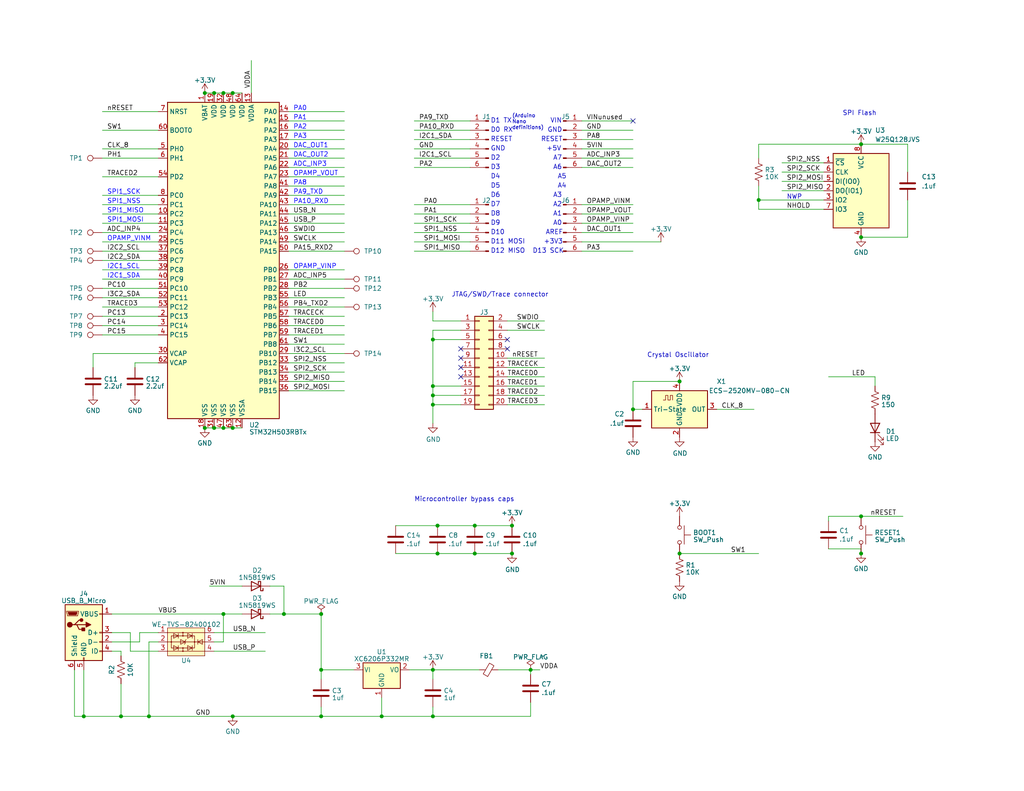
<source format=kicad_sch>
(kicad_sch (version 20230121) (generator eeschema)
  (paper "A")
  (title_block (title "STM32H503RB test board") (date "2023-04-01") (rev "0.1") (company "Bear Metal") (comment 1 "engdahl@windstream.net"))
  (lib_symbols
    (symbol "BearMetal:STM32H503RBTx"
      (property "Reference" "U" (at -15.24 44.45 0))
      (property "Value" "STM32H503RBTx" (at 10.16 44.45 0))
      (symbol "STM32H503RBTx_1_1"
        (pin power_in line (at -5.08 45.72 270) (length 2.54) (name "VBAT") (number "1"))
        (pin bidirectional line (at -17.78 12.7 0) (length 2.54) (name "PC2") (number "10"))
        (pin bidirectional line (at -17.78 10.16 0) (length 2.54) (name "PC3") (number "11"))
        (pin power_in line (at 5.08 -45.72 90) (length 2.54) (name "VSSA") (number "12"))
        (pin power_in line (at 7.62 45.72 270) (length 2.54) (name "VDDA") (number "13"))
        (pin bidirectional line (at 17.78 40.64 180) (length 2.54) (name "PA0") (number "14"))
        (pin bidirectional line (at 17.78 38.1 180) (length 2.54) (name "PA1") (number "15"))
        (pin bidirectional line (at 17.78 35.56 180) (length 2.54) (name "PA2") (number "16"))
        (pin bidirectional line (at 17.78 33.02 180) (length 2.54) (name "PA3") (number "17"))
        (pin power_in line (at -5.08 -45.72 90) (length 2.54) (name "VSS") (number "18"))
        (pin power_in line (at -2.54 45.72 270) (length 2.54) (name "VDD") (number "19"))
        (pin bidirectional line (at -17.78 -15.24 0) (length 2.54) (name "PC13") (number "2"))
        (pin bidirectional line (at 17.78 30.48 180) (length 2.54) (name "PA4") (number "20"))
        (pin bidirectional line (at 17.78 27.94 180) (length 2.54) (name "PA5") (number "21"))
        (pin bidirectional line (at 17.78 25.4 180) (length 2.54) (name "PA6") (number "22"))
        (pin bidirectional line (at 17.78 22.86 180) (length 2.54) (name "PA7") (number "23"))
        (pin bidirectional line (at -17.78 7.62 0) (length 2.54) (name "PC4") (number "24"))
        (pin bidirectional line (at -17.78 5.08 0) (length 2.54) (name "PC5") (number "25"))
        (pin bidirectional line (at 17.78 -2.54 180) (length 2.54) (name "PB0") (number "26"))
        (pin bidirectional line (at 17.78 -5.08 180) (length 2.54) (name "PB1") (number "27"))
        (pin bidirectional line (at 17.78 -7.62 180) (length 2.54) (name "PB2") (number "28"))
        (pin bidirectional line (at 17.78 -25.4 180) (length 2.54) (name "PB10") (number "29"))
        (pin bidirectional line (at -17.78 -17.78 0) (length 2.54) (name "PC14") (number "3"))
        (pin power_out line (at -17.78 -25.4 0) (length 2.54) (name "VCAP") (number "30"))
        (pin passive line (at -2.54 -45.72 90) (length 2.54) (name "VSS") (number "31"))
        (pin power_in line (at 0 45.72 270) (length 2.54) (name "VDD") (number "32"))
        (pin bidirectional line (at 17.78 -27.94 180) (length 2.54) (name "PB12") (number "33"))
        (pin bidirectional line (at 17.78 -30.48 180) (length 2.54) (name "PB13") (number "34"))
        (pin bidirectional line (at 17.78 -33.02 180) (length 2.54) (name "PB14") (number "35"))
        (pin bidirectional line (at 17.78 -35.56 180) (length 2.54) (name "PB15") (number "36"))
        (pin bidirectional line (at -17.78 2.54 0) (length 2.54) (name "PC6") (number "37"))
        (pin bidirectional line (at -17.78 0 0) (length 2.54) (name "PC7") (number "38"))
        (pin bidirectional line (at -17.78 -2.54 0) (length 2.54) (name "PC8") (number "39"))
        (pin bidirectional line (at -17.78 -20.32 0) (length 2.54) (name "PC15") (number "4"))
        (pin bidirectional line (at -17.78 -5.08 0) (length 2.54) (name "PC9") (number "40"))
        (pin bidirectional line (at 17.78 20.32 180) (length 2.54) (name "PA8") (number "41"))
        (pin bidirectional line (at 17.78 17.78 180) (length 2.54) (name "PA9") (number "42"))
        (pin bidirectional line (at 17.78 15.24 180) (length 2.54) (name "PA10") (number "43"))
        (pin bidirectional line (at 17.78 12.7 180) (length 2.54) (name "PA11") (number "44"))
        (pin bidirectional line (at 17.78 10.16 180) (length 2.54) (name "PA12") (number "45"))
        (pin bidirectional line (at 17.78 7.62 180) (length 2.54) (name "PA13") (number "46"))
        (pin passive line (at 0 -45.72 90) (length 2.54) (name "VSS") (number "47"))
        (pin power_in line (at 2.54 45.72 270) (length 2.54) (name "VDD") (number "48"))
        (pin bidirectional line (at 17.78 5.08 180) (length 2.54) (name "PA14") (number "49"))
        (pin bidirectional line (at -17.78 30.48 0) (length 2.54) (name "PH0") (number "5"))
        (pin bidirectional line (at 17.78 2.54 180) (length 2.54) (name "PA15") (number "50"))
        (pin bidirectional line (at -17.78 -7.62 0) (length 2.54) (name "PC10") (number "51"))
        (pin bidirectional line (at -17.78 -10.16 0) (length 2.54) (name "PC11") (number "52"))
        (pin bidirectional line (at -17.78 -12.7 0) (length 2.54) (name "PC12") (number "53"))
        (pin bidirectional line (at -17.78 22.86 0) (length 2.54) (name "PD2") (number "54"))
        (pin bidirectional line (at 17.78 -10.16 180) (length 2.54) (name "PB3") (number "55"))
        (pin bidirectional line (at 17.78 -12.7 180) (length 2.54) (name "PB4") (number "56"))
        (pin bidirectional line (at 17.78 -15.24 180) (length 2.54) (name "PB5") (number "57"))
        (pin bidirectional line (at 17.78 -17.78 180) (length 2.54) (name "PB6") (number "58"))
        (pin bidirectional line (at 17.78 -20.32 180) (length 2.54) (name "PB7") (number "59"))
        (pin bidirectional line (at -17.78 27.94 0) (length 2.54) (name "PH1") (number "6"))
        (pin input line (at -17.78 35.56 0) (length 2.54) (name "BOOT0") (number "60"))
        (pin bidirectional line (at 17.78 -22.86 180) (length 2.54) (name "PB8") (number "61"))
        (pin power_out line (at -17.78 -27.94 0) (length 2.54) (name "VCAP") (number "62"))
        (pin passive line (at 2.54 -45.72 90) (length 2.54) (name "VSS") (number "63"))
        (pin power_in line (at 5.08 45.72 270) (length 2.54) (name "VDD") (number "64"))
        (pin input line (at -17.78 40.64 0) (length 2.54) (name "NRST") (number "7"))
        (pin bidirectional line (at -17.78 17.78 0) (length 2.54) (name "PC0") (number "8"))
        (pin bidirectional line (at -17.78 15.24 0) (length 2.54) (name "PC1") (number "9"))
      )
    )
    (symbol "C_1" (pin_numbers hide) (pin_names (offset 0.254))
      (property "Reference" "C7" (at 2.921 1.1684 0))
      (property "Value" ".1uf" (at 2.921 -1.143 0))
      (symbol "C_1_1_1"
        (pin passive line (at 0 3.81 270) (length 2.794) (name "~") (number "1"))
        (pin passive line (at 0 -3.81 90) (length 2.794) (name "~") (number "2"))
      )
    )
    (symbol "Connector:Conn_01x06_Pin" (pin_names (offset 1.016) hide)
      (property "Reference" "J" (at 0 7.62 0))
      (property "Value" "Conn_01x06_Pin" (at 0 -10.16 0))
      (symbol "Conn_01x06_Pin_1_1"
        (pin passive line (at 5.08 5.08 180) (length 3.81) (name "Pin_1") (number "1"))
        (pin passive line (at 5.08 2.54 180) (length 3.81) (name "Pin_2") (number "2"))
        (pin passive line (at 5.08 0 180) (length 3.81) (name "Pin_3") (number "3"))
        (pin passive line (at 5.08 -2.54 180) (length 3.81) (name "Pin_4") (number "4"))
        (pin passive line (at 5.08 -5.08 180) (length 3.81) (name "Pin_5") (number "5"))
        (pin passive line (at 5.08 -7.62 180) (length 3.81) (name "Pin_6") (number "6"))
      )
    )
    (symbol "Connector:TestPoint" (pin_numbers hide) (pin_names (offset 0.762) hide)
      (property "Reference" "TP" (at 0 6.858 0))
      (property "Value" "TestPoint" (at 0 5.08 0))
      (symbol "TestPoint_1_1"
        (pin passive line (at 0 0 90) (length 2.54) (name "1") (number "1"))
      )
    )
    (symbol "Connector:USB_B_Micro" (pin_names (offset 1.016))
      (property "Reference" "J" (at -5.08 11.43 0))
      (property "Value" "USB_B_Micro" (at -5.08 8.89 0))
      (symbol "USB_B_Micro_1_1"
        (pin power_out line (at 7.62 5.08 180) (length 2.54) (name "VBUS") (number "1"))
        (pin bidirectional line (at 7.62 -2.54 180) (length 2.54) (name "D-") (number "2"))
        (pin bidirectional line (at 7.62 0 180) (length 2.54) (name "D+") (number "3"))
        (pin passive line (at 7.62 -5.08 180) (length 2.54) (name "ID") (number "4"))
        (pin power_out line (at 0 -10.16 90) (length 2.54) (name "GND") (number "5"))
        (pin passive line (at -2.54 -10.16 90) (length 2.54) (name "Shield") (number "6"))
      )
    )
    (symbol "Connector_Generic:Conn_02x10_Odd_Even" (pin_names (offset 1.016) hide)
      (property "Reference" "J" (at 1.27 12.7 0))
      (property "Value" "Conn_02x10_Odd_Even" (at 1.27 -15.24 0))
      (symbol "Conn_02x10_Odd_Even_1_1"
        (pin passive line (at -5.08 10.16 0) (length 3.81) (name "Pin_1") (number "1"))
        (pin passive line (at 7.62 0 180) (length 3.81) (name "Pin_10") (number "10"))
        (pin passive line (at -5.08 -2.54 0) (length 3.81) (name "Pin_11") (number "11"))
        (pin passive line (at 7.62 -2.54 180) (length 3.81) (name "Pin_12") (number "12"))
        (pin passive line (at -5.08 -5.08 0) (length 3.81) (name "Pin_13") (number "13"))
        (pin passive line (at 7.62 -5.08 180) (length 3.81) (name "Pin_14") (number "14"))
        (pin passive line (at -5.08 -7.62 0) (length 3.81) (name "Pin_15") (number "15"))
        (pin passive line (at 7.62 -7.62 180) (length 3.81) (name "Pin_16") (number "16"))
        (pin passive line (at -5.08 -10.16 0) (length 3.81) (name "Pin_17") (number "17"))
        (pin passive line (at 7.62 -10.16 180) (length 3.81) (name "Pin_18") (number "18"))
        (pin passive line (at -5.08 -12.7 0) (length 3.81) (name "Pin_19") (number "19"))
        (pin passive line (at 7.62 10.16 180) (length 3.81) (name "Pin_2") (number "2"))
        (pin passive line (at 7.62 -12.7 180) (length 3.81) (name "Pin_20") (number "20"))
        (pin passive line (at -5.08 7.62 0) (length 3.81) (name "Pin_3") (number "3"))
        (pin passive line (at 7.62 7.62 180) (length 3.81) (name "Pin_4") (number "4"))
        (pin passive line (at -5.08 5.08 0) (length 3.81) (name "Pin_5") (number "5"))
        (pin passive line (at 7.62 5.08 180) (length 3.81) (name "Pin_6") (number "6"))
        (pin passive line (at -5.08 2.54 0) (length 3.81) (name "Pin_7") (number "7"))
        (pin passive line (at 7.62 2.54 180) (length 3.81) (name "Pin_8") (number "8"))
        (pin passive line (at -5.08 0 0) (length 3.81) (name "Pin_9") (number "9"))
      )
    )
    (symbol "Device:C" (pin_numbers hide) (pin_names (offset 0.254))
      (property "Reference" "C" (at 0.635 2.54 0))
      (property "Value" "C" (at 0.635 -2.54 0))
      (symbol "C_1_1"
        (pin passive line (at 0 3.81 270) (length 2.794) (name "~") (number "1"))
        (pin passive line (at 0 -3.81 90) (length 2.794) (name "~") (number "2"))
      )
    )
    (symbol "Device:FerriteBead_Small" (pin_numbers hide) (pin_names (offset 0))
      (property "Reference" "FB" (at 1.905 1.27 0))
      (property "Value" "FerriteBead_Small" (at 1.905 -1.27 0))
      (symbol "FerriteBead_Small_1_1"
        (pin passive line (at 0 2.54 270) (length 1.27) (name "~") (number "1"))
        (pin passive line (at 0 -2.54 90) (length 1.27) (name "~") (number "2"))
      )
    )
    (symbol "Device:LED" (pin_numbers hide) (pin_names (offset 1.016) hide)
      (property "Reference" "D" (at 0 2.54 0))
      (property "Value" "LED" (at 0 -2.54 0))
      (symbol "LED_1_1"
        (pin passive line (at -3.81 0 0) (length 2.54) (name "K") (number "1"))
        (pin passive line (at 3.81 0 180) (length 2.54) (name "A") (number "2"))
      )
    )
    (symbol "Device:R_US" (pin_numbers hide) (pin_names (offset 0))
      (property "Reference" "R" (at 2.54 0 90))
      (property "Value" "R_US" (at -2.54 0 90))
      (symbol "R_US_1_1"
        (pin passive line (at 0 3.81 270) (length 1.27) (name "~") (number "1"))
        (pin passive line (at 0 -3.81 90) (length 1.27) (name "~") (number "2"))
      )
    )
    (symbol "Diode:1N5819WS" (pin_numbers hide) (pin_names (offset 1.016) hide)
      (property "Reference" "D" (at 0 2.54 0))
      (property "Value" "1N5819WS" (at 0 -2.54 0))
      (symbol "1N5819WS_1_1"
        (pin passive line (at -3.81 0 0) (length 2.54) (name "K") (number "1"))
        (pin passive line (at 3.81 0 180) (length 2.54) (name "A") (number "2"))
      )
    )
    (symbol "Memory_Flash:W25Q128JVS"
      (property "Reference" "U" (at -8.89 8.89 0))
      (property "Value" "W25Q128JVS" (at 7.62 8.89 0))
      (symbol "W25Q128JVS_1_1"
        (pin input line (at -10.16 7.62 0) (length 2.54) (name "~{CS}") (number "1"))
        (pin bidirectional line (at -10.16 0 0) (length 2.54) (name "DO(IO1)") (number "2"))
        (pin bidirectional line (at -10.16 -2.54 0) (length 2.54) (name "IO2") (number "3"))
        (pin power_in line (at 0 -12.7 90) (length 2.54) (name "GND") (number "4"))
        (pin bidirectional line (at -10.16 2.54 0) (length 2.54) (name "DI(IO0)") (number "5"))
        (pin input line (at -10.16 5.08 0) (length 2.54) (name "CLK") (number "6"))
        (pin bidirectional line (at -10.16 -5.08 0) (length 2.54) (name "IO3") (number "7"))
        (pin power_in line (at 0 12.7 270) (length 2.54) (name "VCC") (number "8"))
      )
    )
    (symbol "Oscillator:ECS-2520MV-xxx-xx"
      (property "Reference" "X" (at -5.08 6.35 0))
      (property "Value" "ECS-2520MV-xxx-xx" (at 1.27 -6.35 0))
      (symbol "ECS-2520MV-xxx-xx_1_1"
        (pin input line (at -10.16 0 0) (length 2.54) (name "Tri-State") (number "1"))
        (pin power_in line (at 0 -7.62 90) (length 2.54) (name "GND") (number "2"))
        (pin output line (at 10.16 0 180) (length 2.54) (name "OUT") (number "3"))
        (pin power_in line (at 0 7.62 270) (length 2.54) (name "VDD") (number "4"))
      )
    )
    (symbol "Power_Protection:WE-TVS-82400102"
      (property "Reference" "U" (at 0 7.62 0))
      (property "Value" "WE-TVS-82400102" (at 0 5.08 0))
      (symbol "WE-TVS-82400102_1_1"
        (pin passive line (at -7.62 2.54 0) (length 2.54) (name "~") (number "1"))
        (pin passive line (at -7.62 0 0) (length 2.54) (name "~") (number "2"))
        (pin passive line (at -7.62 -2.54 0) (length 2.54) (name "~") (number "3"))
        (pin passive line (at 7.62 -2.54 180) (length 2.54) (name "~") (number "4"))
        (pin passive line (at 7.62 0 180) (length 2.54) (name "~") (number "5"))
        (pin passive line (at 7.62 2.54 180) (length 2.54) (name "~") (number "6"))
      )
    )
    (symbol "Regulator_Linear:XC6206PxxxMR" (pin_names (offset 0.254))
      (property "Reference" "U" (at -3.81 3.175 0))
      (property "Value" "XC6206PxxxMR" (at 0 3.175 0))
      (symbol "XC6206PxxxMR_1_1"
        (pin power_in line (at 0 -7.62 90) (length 2.54) (name "GND") (number "1"))
        (pin power_out line (at 7.62 0 180) (length 2.54) (name "VO") (number "2"))
        (pin power_in line (at -7.62 0 0) (length 2.54) (name "VI") (number "3"))
      )
    )
    (symbol "Switch:SW_Push" (pin_numbers hide) (pin_names (offset 1.016) hide)
      (property "Reference" "SW" (at 1.27 2.54 0))
      (property "Value" "SW_Push" (at 0 -1.524 0))
      (symbol "SW_Push_0_1"
        (pin passive line (at -5.08 0 0) (length 2.54) (name "1") (number "1"))
        (pin passive line (at 5.08 0 180) (length 2.54) (name "2") (number "2"))
      )
    )
    (symbol "power:+3.3V" (power) (pin_names (offset 0))
      (property "Value" "+3.3V" (at 0 3.556 0))
      (symbol "+3.3V_1_1"
        (pin power_in line (at 0 0 90) (length 0) hide (name "+3.3V") (number "1"))
      )
    )
    (symbol "power:GND" (power) (pin_names (offset 0))
      (property "Value" "GND" (at 0 -3.81 0))
      (symbol "GND_1_1"
        (pin power_in line (at 0 0 270) (length 0) hide (name "GND") (number "1"))
      )
    )
    (symbol "power:PWR_FLAG" (power) (pin_numbers hide) (pin_names (offset 0) hide)
      (property "Value" "PWR_FLAG" (at 0 3.81 0))
      (symbol "PWR_FLAG_0_0"
        (pin power_out line (at 0 0 90) (length 0) (name "pwr") (number "1"))
      )
    )
  )
  (junction (at 60.96 25.4))
  (junction (at 87.63 167.64))
  (junction (at 234.95 64.77))
  (junction (at 139.7 151.13))
  (junction (at 234.95 39.37))
  (junction (at 118.11 110.49))
  (junction (at 63.5 195.58))
  (junction (at 87.63 195.58))
  (junction (at 119.38 151.13))
  (junction (at 55.88 25.4))
  (junction (at 63.5 25.4))
  (junction (at 60.96 116.84))
  (junction (at 58.42 25.4))
  (junction (at 118.11 195.58))
  (junction (at 185.42 104.14))
  (junction (at 129.54 151.13))
  (junction (at 40.64 195.58))
  (junction (at 118.11 105.41))
  (junction (at 87.63 182.88))
  (junction (at 234.95 140.97))
  (junction (at 172.72 111.76))
  (junction (at 58.42 116.84))
  (junction (at 33.02 195.58))
  (junction (at 60.96 167.64))
  (junction (at 185.42 151.13))
  (junction (at 118.11 182.88))
  (junction (at 119.38 143.51))
  (junction (at 129.54 143.51))
  (junction (at 22.86 195.58))
  (junction (at 77.47 167.64))
  (junction (at 118.11 92.71))
  (junction (at 55.88 116.84))
  (junction (at 234.95 151.13))
  (junction (at 139.7 143.51))
  (junction (at 118.11 107.95))
  (junction (at 104.14 195.58))
  (junction (at 63.5 116.84))
  (junction (at 144.78 182.88))
  (junction (at 207.01 54.61))
  (no_connect (at 138.43 92.71))
  (no_connect (at 125.73 97.79))
  (no_connect (at 172.72 33.02))
  (no_connect (at 125.73 95.25))
  (no_connect (at 125.73 102.87))
  (no_connect (at 138.43 95.25))
  (no_connect (at 125.73 100.33))
  (wire (pts (xy 118.11 182.88) (xy 118.11 185.42)))
  (wire (pts (xy 78.74 93.98) (xy 93.98 93.98)))
  (wire (pts (xy 78.74 35.56) (xy 93.98 35.56)))
  (wire (pts (xy 113.03 60.96) (xy 128.27 60.96)))
  (wire (pts (xy 158.75 68.58) (xy 172.72 68.58)))
  (wire (pts (xy 138.43 110.49) (xy 148.59 110.49)))
  (wire (pts (xy 78.74 63.5) (xy 93.98 63.5)))
  (wire (pts (xy 158.75 60.96) (xy 172.72 60.96)))
  (wire (pts (xy 158.75 66.04) (xy 180.34 66.04)))
  (wire (pts (xy 27.94 48.26) (xy 43.18 48.26)))
  (wire (pts (xy 158.75 45.72) (xy 172.72 45.72)))
  (wire (pts (xy 40.64 175.26) (xy 40.64 195.58)))
  (wire (pts (xy 63.5 25.4) (xy 66.04 25.4)))
  (wire (pts (xy 27.94 30.48) (xy 43.18 30.48)))
  (wire (pts (xy 57.15 160.02) (xy 66.04 160.02)))
  (wire (pts (xy 78.74 43.18) (xy 93.98 43.18)))
  (wire (pts (xy 113.03 45.72) (xy 128.27 45.72)))
  (wire (pts (xy 138.43 107.95) (xy 148.59 107.95)))
  (wire (pts (xy 33.02 186.69) (xy 33.02 195.58)))
  (wire (pts (xy 129.54 151.13) (xy 139.7 151.13)))
  (wire (pts (xy 78.74 55.88) (xy 93.98 55.88)))
  (wire (pts (xy 78.74 38.1) (xy 93.98 38.1)))
  (wire (pts (xy 104.14 195.58) (xy 118.11 195.58)))
  (wire (pts (xy 104.14 190.5) (xy 104.14 195.58)))
  (wire (pts (xy 113.03 66.04) (xy 128.27 66.04)))
  (wire (pts (xy 63.5 116.84) (xy 66.04 116.84)))
  (wire (pts (xy 207.01 39.37) (xy 207.01 43.18)))
  (wire (pts (xy 125.73 107.95) (xy 118.11 107.95)))
  (wire (pts (xy 27.94 78.74) (xy 43.18 78.74)))
  (wire (pts (xy 73.66 167.64) (xy 77.47 167.64)))
  (wire (pts (xy 60.96 167.64) (xy 66.04 167.64)))
  (wire (pts (xy 113.03 43.18) (xy 128.27 43.18)))
  (wire (pts (xy 78.74 48.26) (xy 93.98 48.26)))
  (wire (pts (xy 77.47 167.64) (xy 87.63 167.64)))
  (wire (pts (xy 147.32 182.88) (xy 144.78 182.88)))
  (wire (pts (xy 148.59 90.17) (xy 138.43 90.17)))
  (wire (pts (xy 213.36 44.45) (xy 224.79 44.45)))
  (wire (pts (xy 35.56 177.8) (xy 43.18 177.8)))
  (wire (pts (xy 22.86 195.58) (xy 33.02 195.58)))
  (wire (pts (xy 125.73 105.41) (xy 118.11 105.41)))
  (wire (pts (xy 113.03 35.56) (xy 128.27 35.56)))
  (wire (pts (xy 73.66 160.02) (xy 77.47 160.02)))
  (wire (pts (xy 27.94 76.2) (xy 43.18 76.2)))
  (wire (pts (xy 129.54 143.51) (xy 139.7 143.51)))
  (wire (pts (xy 226.06 142.24) (xy 226.06 140.97)))
  (wire (pts (xy 87.63 182.88) (xy 96.52 182.88)))
  (wire (pts (xy 113.03 63.5) (xy 128.27 63.5)))
  (wire (pts (xy 60.96 25.4) (xy 63.5 25.4)))
  (wire (pts (xy 113.03 68.58) (xy 128.27 68.58)))
  (wire (pts (xy 247.65 54.61) (xy 247.65 64.77)))
  (wire (pts (xy 158.75 43.18) (xy 172.72 43.18)))
  (wire (pts (xy 158.75 40.64) (xy 172.72 40.64)))
  (wire (pts (xy 87.63 193.04) (xy 87.63 195.58)))
  (wire (pts (xy 78.74 76.2) (xy 93.98 76.2)))
  (wire (pts (xy 234.95 39.37) (xy 207.01 39.37)))
  (wire (pts (xy 77.47 160.02) (xy 77.47 167.64)))
  (wire (pts (xy 78.74 91.44) (xy 93.98 91.44)))
  (wire (pts (xy 27.94 35.56) (xy 43.18 35.56)))
  (wire (pts (xy 87.63 195.58) (xy 104.14 195.58)))
  (wire (pts (xy 247.65 39.37) (xy 234.95 39.37)))
  (wire (pts (xy 63.5 195.58) (xy 87.63 195.58)))
  (wire (pts (xy 27.94 83.82) (xy 43.18 83.82)))
  (wire (pts (xy 58.42 25.4) (xy 60.96 25.4)))
  (wire (pts (xy 20.32 195.58) (xy 22.86 195.58)))
  (wire (pts (xy 226.06 140.97) (xy 234.95 140.97)))
  (wire (pts (xy 158.75 58.42) (xy 172.72 58.42)))
  (wire (pts (xy 213.36 49.53) (xy 224.79 49.53)))
  (wire (pts (xy 207.01 54.61) (xy 224.79 54.61)))
  (wire (pts (xy 118.11 92.71) (xy 118.11 105.41)))
  (wire (pts (xy 55.88 116.84) (xy 58.42 116.84)))
  (wire (pts (xy 68.58 16.51) (xy 68.58 25.4)))
  (wire (pts (xy 58.42 172.72) (xy 72.39 172.72)))
  (wire (pts (xy 27.94 73.66) (xy 43.18 73.66)))
  (wire (pts (xy 118.11 90.17) (xy 118.11 92.71)))
  (wire (pts (xy 138.43 97.79) (xy 148.59 97.79)))
  (wire (pts (xy 118.11 195.58) (xy 144.78 195.58)))
  (wire (pts (xy 138.43 105.41) (xy 148.59 105.41)))
  (wire (pts (xy 118.11 193.04) (xy 118.11 195.58)))
  (wire (pts (xy 27.94 91.44) (xy 43.18 91.44)))
  (wire (pts (xy 144.78 184.15) (xy 144.78 182.88)))
  (wire (pts (xy 40.64 195.58) (xy 63.5 195.58)))
  (wire (pts (xy 113.03 40.64) (xy 128.27 40.64)))
  (wire (pts (xy 60.96 116.84) (xy 63.5 116.84)))
  (wire (pts (xy 35.56 172.72) (xy 35.56 177.8)))
  (wire (pts (xy 138.43 100.33) (xy 148.59 100.33)))
  (wire (pts (xy 119.38 143.51) (xy 129.54 143.51)))
  (wire (pts (xy 118.11 110.49) (xy 125.73 110.49)))
  (wire (pts (xy 207.01 50.8) (xy 207.01 54.61)))
  (wire (pts (xy 60.96 167.64) (xy 60.96 175.26)))
  (wire (pts (xy 36.83 99.06) (xy 43.18 99.06)))
  (wire (pts (xy 30.48 175.26) (xy 38.1 175.26)))
  (wire (pts (xy 27.94 81.28) (xy 43.18 81.28)))
  (wire (pts (xy 78.74 104.14) (xy 93.98 104.14)))
  (wire (pts (xy 27.94 66.04) (xy 43.18 66.04)))
  (wire (pts (xy 30.48 177.8) (xy 33.02 177.8)))
  (wire (pts (xy 78.74 30.48) (xy 93.98 30.48)))
  (wire (pts (xy 30.48 172.72) (xy 35.56 172.72)))
  (wire (pts (xy 78.74 58.42) (xy 93.98 58.42)))
  (wire (pts (xy 213.36 52.07) (xy 224.79 52.07)))
  (wire (pts (xy 234.95 149.86) (xy 234.95 151.13)))
  (wire (pts (xy 226.06 102.87) (xy 238.76 102.87)))
  (wire (pts (xy 144.78 195.58) (xy 144.78 191.77)))
  (wire (pts (xy 195.58 111.76) (xy 205.74 111.76)))
  (wire (pts (xy 22.86 182.88) (xy 22.86 195.58)))
  (wire (pts (xy 78.74 33.02) (xy 93.98 33.02)))
  (wire (pts (xy 158.75 33.02) (xy 172.72 33.02)))
  (wire (pts (xy 238.76 102.87) (xy 238.76 105.41)))
  (wire (pts (xy 172.72 104.14) (xy 172.72 111.76)))
  (wire (pts (xy 113.03 33.02) (xy 128.27 33.02)))
  (wire (pts (xy 27.94 86.36) (xy 43.18 86.36)))
  (wire (pts (xy 78.74 101.6) (xy 93.98 101.6)))
  (wire (pts (xy 87.63 185.42) (xy 87.63 182.88)))
  (wire (pts (xy 78.74 53.34) (xy 93.98 53.34)))
  (wire (pts (xy 158.75 38.1) (xy 172.72 38.1)))
  (wire (pts (xy 158.75 63.5) (xy 172.72 63.5)))
  (wire (pts (xy 172.72 111.76) (xy 175.26 111.76)))
  (wire (pts (xy 78.74 73.66) (xy 93.98 73.66)))
  (wire (pts (xy 118.11 105.41) (xy 118.11 107.95)))
  (wire (pts (xy 111.76 182.88) (xy 118.11 182.88)))
  (wire (pts (xy 118.11 92.71) (xy 125.73 92.71)))
  (wire (pts (xy 38.1 172.72) (xy 43.18 172.72)))
  (wire (pts (xy 78.74 45.72) (xy 93.98 45.72)))
  (wire (pts (xy 107.95 143.51) (xy 119.38 143.51)))
  (wire (pts (xy 78.74 88.9) (xy 93.98 88.9)))
  (wire (pts (xy 247.65 46.99) (xy 247.65 39.37)))
  (wire (pts (xy 119.38 151.13) (xy 129.54 151.13)))
  (wire (pts (xy 33.02 195.58) (xy 40.64 195.58)))
  (wire (pts (xy 113.03 38.1) (xy 128.27 38.1)))
  (wire (pts (xy 25.4 96.52) (xy 25.4 100.33)))
  (wire (pts (xy 58.42 177.8) (xy 72.39 177.8)))
  (wire (pts (xy 78.74 83.82) (xy 93.98 83.82)))
  (wire (pts (xy 27.94 43.18) (xy 43.18 43.18)))
  (wire (pts (xy 135.89 182.88) (xy 144.78 182.88)))
  (wire (pts (xy 43.18 175.26) (xy 40.64 175.26)))
  (wire (pts (xy 87.63 167.64) (xy 87.63 182.88)))
  (wire (pts (xy 78.74 81.28) (xy 93.98 81.28)))
  (wire (pts (xy 113.03 58.42) (xy 128.27 58.42)))
  (wire (pts (xy 78.74 68.58) (xy 93.98 68.58)))
  (wire (pts (xy 27.94 88.9) (xy 43.18 88.9)))
  (wire (pts (xy 107.95 151.13) (xy 119.38 151.13)))
  (wire (pts (xy 113.03 55.88) (xy 128.27 55.88)))
  (wire (pts (xy 27.94 68.58) (xy 43.18 68.58)))
  (wire (pts (xy 78.74 66.04) (xy 93.98 66.04)))
  (wire (pts (xy 207.01 57.15) (xy 224.79 57.15)))
  (wire (pts (xy 78.74 106.68) (xy 93.98 106.68)))
  (wire (pts (xy 78.74 50.8) (xy 93.98 50.8)))
  (wire (pts (xy 118.11 107.95) (xy 118.11 110.49)))
  (wire (pts (xy 27.94 63.5) (xy 43.18 63.5)))
  (wire (pts (xy 20.32 182.88) (xy 20.32 195.58)))
  (wire (pts (xy 78.74 86.36) (xy 93.98 86.36)))
  (wire (pts (xy 226.06 149.86) (xy 234.95 149.86)))
  (wire (pts (xy 118.11 87.63) (xy 118.11 85.09)))
  (wire (pts (xy 33.02 177.8) (xy 33.02 179.07)))
  (wire (pts (xy 78.74 99.06) (xy 93.98 99.06)))
  (wire (pts (xy 247.65 64.77) (xy 234.95 64.77)))
  (wire (pts (xy 125.73 90.17) (xy 118.11 90.17)))
  (wire (pts (xy 118.11 115.57) (xy 118.11 110.49)))
  (wire (pts (xy 27.94 40.64) (xy 43.18 40.64)))
  (wire (pts (xy 78.74 40.64) (xy 93.98 40.64)))
  (wire (pts (xy 138.43 102.87) (xy 148.59 102.87)))
  (wire (pts (xy 58.42 116.84) (xy 60.96 116.84)))
  (wire (pts (xy 27.94 71.12) (xy 43.18 71.12)))
  (wire (pts (xy 27.94 60.96) (xy 43.18 60.96)))
  (wire (pts (xy 78.74 78.74) (xy 93.98 78.74)))
  (wire (pts (xy 78.74 96.52) (xy 93.98 96.52)))
  (wire (pts (xy 43.18 96.52) (xy 25.4 96.52)))
  (wire (pts (xy 38.1 175.26) (xy 38.1 172.72)))
  (wire (pts (xy 78.74 60.96) (xy 93.98 60.96)))
  (wire (pts (xy 125.73 87.63) (xy 118.11 87.63)))
  (wire (pts (xy 55.88 25.4) (xy 58.42 25.4)))
  (wire (pts (xy 207.01 151.13) (xy 185.42 151.13)))
  (wire (pts (xy 30.48 167.64) (xy 60.96 167.64)))
  (wire (pts (xy 36.83 100.33) (xy 36.83 99.06)))
  (wire (pts (xy 158.75 55.88) (xy 172.72 55.88)))
  (wire (pts (xy 148.59 87.63) (xy 138.43 87.63)))
  (wire (pts (xy 172.72 104.14) (xy 185.42 104.14)))
  (wire (pts (xy 207.01 54.61) (xy 207.01 57.15)))
  (wire (pts (xy 27.94 53.34) (xy 43.18 53.34)))
  (wire (pts (xy 234.95 140.97) (xy 246.38 140.97)))
  (wire (pts (xy 27.94 58.42) (xy 43.18 58.42)))
  (wire (pts (xy 118.11 182.88) (xy 130.81 182.88)))
  (wire (pts (xy 27.94 55.88) (xy 43.18 55.88)))
  (wire (pts (xy 213.36 46.99) (xy 224.79 46.99)))
  (wire (pts (xy 58.42 175.26) (xy 60.96 175.26)))
  (wire (pts (xy 158.75 35.56) (xy 172.72 35.56)))
  (text "A1" (at 150.876 59.182 0) (effects (font (size 1.27 1.27)) (justify left bottom)))
  (text "+3V3" (at 148.336 66.802 0) (effects (font (size 1.27 1.27)) (justify left bottom)))
  (text "SPI Flash" (at 229.87 31.75 0) (effects (font (size 1.27 1.27)) (justify left bottom)))
  (text "D5" (at 133.858 51.562 0) (effects (font (size 1.27 1.27)) (justify left bottom)))
  (text "A0" (at 150.876 61.722 0) (effects (font (size 1.27 1.27)) (justify left bottom)))
  (text "A2" (at 150.876 56.642 0) (effects (font (size 1.27 1.27)) (justify left bottom)))
  (text "VIN" (at 150.114 33.782 0) (effects (font (size 1.27 1.27)) (justify left bottom)))
  (text "NWP" (at 214.63 54.61 0) (effects (font (size 1.27 1.27)) (justify left bottom)))
  (text "+5V" (at 149.098 41.402 0) (effects (font (size 1.27 1.27)) (justify left bottom)))
  (text "GND" (at 149.352 36.322 0) (effects (font (size 1.27 1.27)) (justify left bottom)))
  (text "Microcontroller bypass caps" (at 113.03 137.16 0) (effects (font (size 1.27 1.27)) (justify left bottom)))
  (text "      A5" (at 146.304 49.022 0) (effects (font (size 1.27 1.27)) (justify left bottom)))
  (text "D13 SCK" (at 145.288 69.342 0) (effects (font (size 1.27 1.27)) (justify left bottom)))
  (text "D12 MISO" (at 133.858 69.342 0) (effects (font (size 1.27 1.27)) (justify left bottom)))
  (text "Crystal Oscillator" (at 176.53 97.79 0) (effects (font (size 1.27 1.27)) (justify left bottom)))
  (text "      A4" (at 146.304 51.562 0) (effects (font (size 1.27 1.27)) (justify left bottom)))
  (text "D9" (at 133.858 61.722 0) (effects (font (size 1.27 1.27)) (justify left bottom)))
  (text "D1 TX" (at 133.858 33.782 0) (effects (font (size 1.27 1.27)) (justify left bottom)))
  (text "RESET" (at 133.858 38.862 0) (effects (font (size 1.27 1.27)) (justify left bottom)))
  (text "GND" (at 133.858 41.402 0) (effects (font (size 1.27 1.27)) (justify left bottom)))
  (text "JTAG/SWD/Trace connector" (at 123.19 81.28 0) (effects (font (size 1.27 1.27)) (justify left bottom)))
  (text "D4" (at 133.858 49.022 0) (effects (font (size 1.27 1.27)) (justify left bottom)))
  (text "D7" (at 133.858 56.642 0) (effects (font (size 1.27 1.27)) (justify left bottom)))
  (text "D6" (at 133.858 54.102 0) (effects (font (size 1.27 1.27)) (justify left bottom)))
  (text "D11 MOSI" (at 133.858 66.802 0) (effects (font (size 1.27 1.27)) (justify left bottom)))
  (text "D8" (at 133.858 59.182 0) (effects (font (size 1.27 1.27)) (justify left bottom)))
  (text "D0 RX" (at 133.858 36.322 0) (effects (font (size 1.27 1.27)) (justify left bottom)))
  (text "(Arduino\nNano\ndefinitions)" (at 139.7 35.56 0) (effects (font (size 1 1)) (justify left bottom)))
  (text "A3" (at 150.876 54.102 0) (effects (font (size 1.27 1.27)) (justify left bottom)))
  (text "A7" (at 150.876 43.942 0) (effects (font (size 1.27 1.27)) (justify left bottom)))
  (text "RESET" (at 147.574 38.862 0) (effects (font (size 1.27 1.27)) (justify left bottom)))
  (text "AREF" (at 148.844 64.262 0) (effects (font (size 1.27 1.27)) (justify left bottom)))
  (text "D2" (at 133.858 43.942 0) (effects (font (size 1.27 1.27)) (justify left bottom)))
  (text "D3" (at 133.858 46.482 0) (effects (font (size 1.27 1.27)) (justify left bottom)))
  (text "D10" (at 133.858 64.262 0) (effects (font (size 1.27 1.27)) (justify left bottom)))
  (text "A6" (at 150.876 46.482 0) (effects (font (size 1.27 1.27)) (justify left bottom)))
  (label "DAC_OUT1" (at 160.02 63.5 0))
  (label "SPI1_MISO" (at 115.57 68.58 0))
  (label "PA3" (at 80.01 38.1 0))
  (label "TRACED3" (at 29.21 83.82 0))
  (label "PC10" (at 29.21 78.74 0))
  (label "PH1" (at 29.21 43.18 0))
  (label "TRACED2" (at 29.21 48.26 0))
  (label "SWDIO" (at 140.97 87.63 0))
  (label "PB2" (at 80.01 78.74 0))
  (label "5VIN" (at 160.02 40.64 0))
  (label "OPAMP_VINM" (at 160.02 55.88 0))
  (label "PA1" (at 80.01 33.02 0))
  (label "SW1" (at 29.21 35.56 0))
  (label "ADC_INP3" (at 80.01 45.72 0))
  (label "SWDIO" (at 80.01 63.5 0))
  (label "PA3" (at 160.02 68.58 0))
  (label "SPI2_SCK" (at 80.01 101.6 0))
  (label "CLK_8" (at 29.21 40.64 0))
  (label "SPI2_NSS" (at 80.01 99.06 0))
  (label "TRACED2" (at 138.43 107.95 0))
  (label "PC15" (at 29.21 91.44 0))
  (label "SPI2_MISO" (at 214.63 52.07 0))
  (label "USB_N" (at 63.5 172.72 0))
  (label "VDDA" (at 147.32 182.88 0))
  (label "SW1" (at 199.39 151.13 0))
  (label "PA8" (at 160.02 38.1 0))
  (label "I3C2_SDA" (at 29.21 81.28 0))
  (label "USB_P" (at 80.01 60.96 0))
  (label "I2C1_SCL" (at 114.3 43.18 0))
  (label "SPI1_MOSI" (at 115.57 66.04 0))
  (label "SPI2_MOSI" (at 80.01 106.68 0))
  (label "GND" (at 160.02 35.56 0))
  (label "GND" (at 53.34 195.58 0))
  (label "I2C2_SDA" (at 29.21 71.12 0))
  (label "PC13" (at 29.21 86.36 0))
  (label "TRACED1" (at 138.43 105.41 0))
  (label "SWCLK" (at 80.01 66.04 0))
  (label "OPAMP_VINP" (at 160.02 60.96 0))
  (label "SW1" (at 80.01 93.98 0))
  (label "PA9_TXD" (at 114.3 33.02 0))
  (label "TRACED3" (at 138.43 110.49 0))
  (label "DAC_OUT2" (at 160.02 45.72 0))
  (label "LED" (at 232.41 102.87 0))
  (label "nRESET" (at 139.7 97.79 0))
  (label "SPI2_MOSI" (at 214.63 49.53 0))
  (label "PA10_RXD" (at 114.3 35.56 0))
  (label "SPI2_NSS" (at 214.63 44.45 0))
  (label "OPAMP_VINM" (at 29.21 66.04 0))
  (label "VINunused" (at 160.02 33.02 0))
  (label "TRACED0" (at 80.01 88.9 0))
  (label "OPAMP_VINP" (at 80.01 73.66 0))
  (label "USB_N" (at 80.01 58.42 0))
  (label "OPAMP_VOUT" (at 160.02 58.42 0))
  (label "SPI1_NSS" (at 115.57 63.5 0))
  (label "I2C2_SCL" (at 29.21 68.58 0))
  (label "SPI1_NSS" (at 29.21 55.88 0))
  (label "I2C1_SCL" (at 29.21 73.66 0))
  (label "SPI1_MISO" (at 29.21 58.42 0))
  (label "VBUS" (at 43.18 167.64 0))
  (label "SWCLK" (at 140.97 90.17 0))
  (label "PA8" (at 80.01 50.8 0))
  (label "DAC_OUT1" (at 80.01 40.64 0))
  (label "SPI2_MISO" (at 80.01 104.14 0))
  (label "PB4_TXD2" (at 80.01 83.82 0))
  (label "PA10_RXD" (at 80.01 55.88 0))
  (label "I2C1_SDA" (at 114.3 38.1 0))
  (label "OPAMP_VOUT" (at 80.01 48.26 0))
  (label "VDDA" (at 68.58 24.13 90))
  (label "SPI1_SCK" (at 115.57 60.96 0))
  (label "nRESET" (at 29.21 30.48 0))
  (label "TRACED1" (at 80.01 91.44 0))
  (label "ADC_INP4" (at 29.21 63.5 0))
  (label "TRACED0" (at 138.43 102.87 0))
  (label "USB_P" (at 63.5 177.8 0))
  (label "I2C1_SDA" (at 29.21 76.2 0))
  (label "CLK_8" (at 196.85 111.76 0))
  (label "PA2" (at 114.3 45.72 0))
  (label "PA2" (at 80.01 35.56 0))
  (label "ADC_INP5" (at 80.01 76.2 0))
  (label "PA9_TXD" (at 80.01 53.34 0))
  (label "GND" (at 114.3 40.64 0))
  (label "ADC_INP3" (at 160.02 43.18 0))
  (label "SPI1_SCK" (at 29.21 53.34 0))
  (label "nRESET" (at 237.49 140.97 0))
  (label "TRACECK" (at 80.01 86.36 0))
  (label "LED" (at 80.01 81.28 0))
  (label "NHOLD" (at 214.63 57.15 0))
  (label "SPI2_SCK" (at 214.63 46.99 0))
  (label "PA0" (at 115.57 55.88 0))
  (label "PC14" (at 29.21 88.9 0))
  (label "PA1" (at 115.57 58.42 0))
  (label "DAC_OUT2" (at 80.01 43.18 0))
  (label "PA15_RXD2" (at 80.01 68.58 0))
  (label "TRACECK" (at 138.43 100.33 0))
  (label "I3C2_SCL" (at 80.01 96.52 0))
  (label "PA0" (at 80.01 30.48 0))
  (label "SPI1_MOSI" (at 29.21 60.96 0))
  (label "5VIN" (at 57.15 160.02 0))
  (symbol (lib_id "Connector:TestPoint") (at 27.94 68.58 90) (unit 1)
    (property "Reference" "TP3" (at 22.606 68.58 90) (effects (justify left)))
    (property "Value" "TestPoint" (effects hide))
    (property "Footprint" "BearMetal:TestPoint_THTPad_D1.0mm_Drill0.5mm_min" (effects hide))
  )
  (symbol (lib_id "Connector:Conn_01x06_Pin") (at 153.67 38.1 0) (unit 1)
    (property "Reference" "J5" (at 154.305 31.8549 0))
    (property "Value" "Conn_01x06_Pin" (effects hide))
    (property "Footprint" "BearMetal:PinHeader_1x06_P2.54mm_Vertical__min" (effects hide))
  )
  (symbol (lib_id "Oscillator:ECS-2520MV-xxx-xx") (at 185.42 111.76 0) (unit 1)
    (property "Reference" "X1" (at 196.85 104.14 0))
    (property "Value" "ECS-2520MV-080-CN" (at 204.47 106.68 0))
    (property "Footprint" "Oscillator:Oscillator_SMD_ECS_2520MV-xxx-xx-4Pin_2.5x2.0mm" (effects hide))
    (property "Datasheet" "https://www.digikey.com/en/products/detail/ecs-inc/ECS-2520MV-080-CN-TR/9742386" (effects hide))
  )
  (symbol (lib_id "Connector:TestPoint") (at 27.94 63.5 90) (unit 1)
    (property "Reference" "TP2" (at 22.606 63.5 90) (effects (justify left)))
    (property "Value" "TestPoint" (effects hide))
    (property "Footprint" "BearMetal:TestPoint_THTPad_D1.0mm_Drill0.5mm_min" (effects hide))
  )
  (symbol (lib_id "power:GND") (at 118.11 115.57 0) (unit 1)
    (property "Reference" "#PWR02" (effects hide))
    (property "Value" "GND" (at 118.237 119.9642 0))
  )
  (symbol (lib_id "Connector:Conn_01x06_Pin") (at 133.35 60.96 0) (mirror y) (unit 1)
    (property "Reference" "J2" (at 132.715 54.7149 0))
    (property "Value" "Conn_01x06_Pin" (effects hide))
    (property "Footprint" "BearMetal:PinHeader_1x06_P2.54mm_Vertical__min" (effects hide))
  )
  (symbol (lib_id "Connector:USB_B_Micro") (at 22.86 172.72 0) (unit 1)
    (property "Reference" "J4" (at 22.86 162.0901 0))
    (property "Value" "USB_B_Micro" (at 22.86 164.0111 0))
    (property "Footprint" "Connector_USB:USB_Micro-B_Amphenol_10118194_Horizontal" (effects hide))
    (property "Datasheet" "https://www.digikey.com/en/products/detail/amphenol-cs-fci/10118194-0001LF/2785389" (effects hide))
  )
  (symbol (lib_id "Connector:TestPoint") (at 27.94 91.44 90) (unit 1)
    (property "Reference" "TP9" (at 22.606 91.44 90) (effects (justify left)))
    (property "Value" "TestPoint" (effects hide))
    (property "Footprint" "BearMetal:TestPoint_THTPad_D1.0mm_Drill0.5mm_min" (effects hide))
  )
  (symbol (lib_id "Regulator_Linear:XC6206PxxxMR") (at 104.14 182.88 0) (unit 1)
    (property "Reference" "U1" (at 104.14 177.9651 0))
    (property "Value" "XC6206P332MR" (at 104.14 179.8861 0))
    (property "Footprint" "Package_TO_SOT_SMD:SOT-23-3" (effects hide))
    (property "Datasheet" "https://jlcpcb.com/partdetail/TorexSemicon-XC6206P332MR/C5446" (effects hide))
    (property "LCSC" "C5446" (effects hide))
  )
  (symbol (lib_id "Device:R_US") (at 207.01 46.99 0) (unit 1)
    (property "Reference" "R3" (at 208.661 46.3463 0) (effects (justify left)))
    (property "Value" "10K" (at 208.661 48.2673 0) (effects (justify left)))
    (property "Footprint" "Resistor_SMD:R_0603_1608Metric" (effects hide))
    (property "Datasheet" "https://jlcpcb.com/partdetail/26547-0603WAF1002T5E/C25804" (effects hide))
    (property "LCSC" "C25804" (effects hide))
  )
  (symbol (lib_id "Device:R_US") (at 238.76 109.22 180) (unit 1)
    (property "Reference" "R9" (at 240.411 108.5763 0) (effects (justify right)))
    (property "Value" "150" (at 240.411 110.4973 0) (effects (justify right)))
    (property "Footprint" "Resistor_SMD:R_0603_1608Metric" (effects hide))
    (property "Datasheet" "https://jlcpcb.com/partdetail/23535-0603WAF1500T5E/C22808" (effects hide))
    (property "LCSC" "C22808" (effects hide))
  )
  (symbol (lib_id "Connector_Generic:Conn_02x10_Odd_Even") (at 130.81 97.79 0) (unit 1)
    (property "Reference" "J3" (at 132.08 85.2711 0))
    (property "Value" "Conn_02x10_Odd_Even" (effects hide))
    (property "Footprint" "Connector_PinHeader_1.27mm:PinHeader_2x10_P1.27mm_Vertical" (effects hide))
    (property "Datasheet" "https://www.digikey.com/en/products/detail/sullins-connector-solutions/GRPB102VWVN-RC/1786460" (effects hide))
  )
  (symbol (lib_id "Device:C") (at 139.7 147.32 0) (unit 1)
    (property "Reference" "C10" (at 142.621 146.1516 0) (effects (justify left)))
    (property "Value" ".1uf" (at 142.621 148.463 0) (effects (justify left)))
    (property "Footprint" "Capacitor_SMD:C_0603_1608Metric" (effects hide))
    (property "Datasheet" "https://jlcpcb.com/partdetail/Yageo-CC0603KRX7R9BB104/C14663" (effects hide))
    (property "LCSC" "C14663" (effects hide))
  )
  (symbol (lib_id "Connector:Conn_01x06_Pin") (at 133.35 38.1 0) (mirror y) (unit 1)
    (property "Reference" "J1" (at 132.715 31.8549 0))
    (property "Value" "Conn_01x06_Pin" (effects hide))
    (property "Footprint" "BearMetal:PinHeader_1x06_P2.54mm_Vertical__min" (effects hide))
  )
  (symbol (lib_id "Memory_Flash:W25Q128JVS") (at 234.95 52.07 0) (unit 1)
    (property "Reference" "U3" (at 238.76 35.56 0) (effects (justify left)))
    (property "Value" "W25Q128JVS" (at 238.76 38.1 0) (effects (justify left)))
    (property "Footprint" "Package_SO:SOIC-8_5.23x5.23mm_P1.27mm" (effects hide))
    (property "Datasheet" "http://www.winbond.com/resource-files/w25q128jv_dtr%20revc%2003272018%20plus.pdf" (effects hide))
  )
  (symbol (lib_id "Connector:TestPoint") (at 93.98 76.2 270) (unit 1)
    (property "Reference" "TP11" (at 99.314 76.2 90) (effects (justify left)))
    (property "Value" "TestPoint" (effects hide))
    (property "Footprint" "BearMetal:TestPoint_THTPad_D1.0mm_Drill0.5mm_min" (effects hide))
  )
  (symbol (lib_id "power:PWR_FLAG") (at 144.78 182.88 0) (unit 1)
    (property "Reference" "#FLG01" (effects hide))
    (property "Value" "PWR_FLAG" (at 144.78 179.3781 0))
  )
  (symbol (lib_id "Diode:1N5819WS") (at 69.85 167.64 180) (unit 1)
    (property "Reference" "D3" (at 70.1675 163.3601 0))
    (property "Value" "1N5819WS" (at 70.1675 165.2811 0))
    (property "Footprint" "Diode_SMD:D_SOD-323" (effects hide))
    (property "Datasheet" "https://jlcpcb.com/partdetail/GuangdongHottech-1N5819WS/C191023" (effects hide))
    (property "LCSC" "C191023" (effects hide))
  )
  (symbol (lib_id "power:GND") (at 185.42 158.75 0) (unit 1)
    (property "Reference" "#PWR04" (effects hide))
    (property "Value" "GND" (at 185.42 162.8855 0))
  )
  (symbol (lib_id "Device:C") (at 87.63 189.23 0) (unit 1)
    (property "Reference" "C3" (at 90.551 188.5863 0) (effects (justify left)))
    (property "Value" "1uf" (at 90.551 190.5073 0) (effects (justify left)))
    (property "Footprint" "Capacitor_SMD:C_0805_2012Metric" (effects hide))
    (property "Datasheet" "https://jlcpcb.com/partdetail/29074-CL21B105KBFNNNE/C28323" (effects hide))
    (property "LCSC" "C28323" (effects hide))
  )
  (symbol (lib_id "power:+3.3V") (at 234.95 39.37 0) (unit 1)
    (property "Reference" "#PWR014" (effects hide))
    (property "Value" "+3.3V" (at 234.95 35.8681 0))
  )
  (symbol (lib_id "Device:C") (at 25.4 104.14 0) (unit 1)
    (property "Reference" "C11" (at 28.321 103.4963 0) (effects (justify left)))
    (property "Value" "2.2uf" (at 28.321 105.4173 0) (effects (justify left)))
    (property "Footprint" "Capacitor_SMD:C_0805_2012Metric" (effects hide))
    (property "Datasheet" "https://jlcpcb.com/partdetail/50225-0805F225M500NT/C49217" (effects hide))
    (property "LCSC" "C49217" (effects hide))
  )
  (symbol (lib_id "power:GND") (at 63.5 195.58 0) (unit 1)
    (property "Reference" "#PWR08" (effects hide))
    (property "Value" "GND" (at 63.5 199.7155 0))
  )
  (symbol (lib_id "Device:C") (at 36.83 104.14 0) (unit 1)
    (property "Reference" "C12" (at 39.751 103.4963 0) (effects (justify left)))
    (property "Value" "2.2uf" (at 39.751 105.4173 0) (effects (justify left)))
    (property "Footprint" "Capacitor_SMD:C_0805_2012Metric" (effects hide))
    (property "Datasheet" "https://jlcpcb.com/partdetail/50225-0805F225M500NT/C49217" (effects hide))
    (property "LCSC" "C49217" (effects hide))
  )
  (symbol (lib_id "power:+3.3V") (at 118.11 85.09 0) (unit 1)
    (property "Reference" "#PWR01" (effects hide))
    (property "Value" "+3.3V" (at 118.11 81.5881 0))
  )
  (symbol (lib_id "Device:C") (at 226.06 146.05 0) (unit 1)
    (property "Reference" "C1" (at 228.981 144.8816 0) (effects (justify left)))
    (property "Value" ".1uf" (at 228.981 147.193 0) (effects (justify left)))
    (property "Footprint" "Capacitor_SMD:C_0603_1608Metric" (effects hide))
    (property "Datasheet" "https://jlcpcb.com/partdetail/Yageo-CC0603KRX7R9BB104/C14663" (effects hide))
    (property "LCSC" "C14663" (effects hide))
  )
  (symbol (lib_id "Switch:SW_Push") (at 185.42 146.05 270) (unit 1)
    (property "Reference" "BOOT1" (at 189.103 145.4063 90) (effects (justify left)))
    (property "Value" "SW_Push" (at 189.103 147.3273 90) (effects (justify left)))
    (property "Footprint" "Button_Switch_SMD:SW_SPST_B3U-1000P" (effects hide))
    (property "Datasheet" "https://www.digikey.com/en/products/detail/omron-electronics-inc-emc-div/B3U-1000P/1534338" (effects hide))
  )
  (symbol (lib_id "Device:C") (at 172.72 115.57 0) (unit 1)
    (property "Reference" "C2" (at 167.64 113.03 0) (effects (justify left)))
    (property "Value" ".1uf" (at 166.37 115.57 0) (effects (justify left)))
    (property "Footprint" "Capacitor_SMD:C_0603_1608Metric" (effects hide))
    (property "Datasheet" "https://jlcpcb.com/partdetail/Yageo-CC0603KRX7R9BB104/C14663" (effects hide))
    (property "LCSC" "C14663" (effects hide))
  )
  (symbol (lib_id "power:+3.3V") (at 55.88 25.4 0) (unit 1)
    (property "Reference" "#PWR012" (effects hide))
    (property "Value" "+3.3V" (at 55.88 21.8981 0))
  )
  (symbol (lib_id "Connector:TestPoint") (at 27.94 86.36 90) (unit 1)
    (property "Reference" "TP7" (at 22.606 86.36 90) (effects (justify left)))
    (property "Value" "TestPoint" (effects hide))
    (property "Footprint" "BearMetal:TestPoint_THTPad_D1.0mm_Drill0.5mm_min" (effects hide))
  )
  (symbol (lib_id "power:GND") (at 36.83 107.95 0) (unit 1)
    (property "Reference" "#PWR022" (effects hide))
    (property "Value" "GND" (at 36.83 112.0855 0))
  )
  (symbol (lib_id "power:PWR_FLAG") (at 87.63 167.64 0) (unit 1)
    (property "Reference" "#FLG02" (effects hide))
    (property "Value" "PWR_FLAG" (at 87.63 164.1381 0))
  )
  (symbol (lib_id "Connector:TestPoint") (at 93.98 96.52 270) (unit 1)
    (property "Reference" "TP14" (at 99.314 96.52 90) (effects (justify left)))
    (property "Value" "TestPoint" (effects hide))
    (property "Footprint" "BearMetal:TestPoint_THTPad_D1.0mm_Drill0.5mm_min" (effects hide))
  )
  (symbol (lib_id "Connector:TestPoint") (at 27.94 43.18 90) (unit 1)
    (property "Reference" "TP1" (at 22.606 43.18 90) (effects (justify left)))
    (property "Value" "TestPoint" (effects hide))
    (property "Footprint" "BearMetal:TestPoint_THTPad_D1.0mm_Drill0.5mm_min" (effects hide))
  )
  (symbol (lib_id "Connector:Conn_01x06_Pin") (at 153.67 60.96 0) (unit 1)
    (property "Reference" "J6" (at 154.305 54.7149 0))
    (property "Value" "Conn_01x06_Pin" (effects hide))
    (property "Footprint" "BearMetal:PinHeader_1x06_P2.54mm_Vertical__min" (effects hide))
  )
  (symbol (lib_id "Connector:TestPoint") (at 27.94 81.28 90) (unit 1)
    (property "Reference" "TP6" (at 22.606 81.28 90) (effects (justify left)))
    (property "Value" "TestPoint" (effects hide))
    (property "Footprint" "BearMetal:TestPoint_THTPad_D1.0mm_Drill0.5mm_min" (effects hide))
  )
  (symbol (lib_id "Device:FerriteBead_Small") (at 133.35 182.88 90) (unit 1)
    (property "Reference" "FB1" (at 134.62 179.07 90) (effects (justify left)))
    (property "Value" "~" (at 148.59 179.07 90) (effects (justify left)))
    (property "Footprint" "Capacitor_SMD:C_0603_1608Metric" (effects hide))
    (property "Datasheet" "https://jlcpcb.com/partdetail/Sunlord-GZ1608D601TF/C1002" (effects hide))
    (property "LCSC" "C1002" (effects hide))
  )
  (symbol (lib_id "Device:R_US") (at 185.42 154.94 0) (unit 1)
    (property "Reference" "R1" (at 187.071 154.2963 0) (effects (justify left)))
    (property "Value" "10K" (at 187.071 156.2173 0) (effects (justify left)))
    (property "Footprint" "Resistor_SMD:R_0603_1608Metric" (effects hide))
    (property "Datasheet" "https://jlcpcb.com/partdetail/26547-0603WAF1002T5E/C25804" (effects hide))
    (property "LCSC" "C25804" (effects hide))
  )
  (symbol (lib_id "power:GND") (at 234.95 64.77 0) (unit 1)
    (property "Reference" "#PWR023" (effects hide))
    (property "Value" "GND" (at 234.95 68.9055 0))
  )
  (symbol (lib_id "Device:C") (at 247.65 50.8 0) (unit 1)
    (property "Reference" "C13" (at 251.46 48.26 0) (effects (justify left)))
    (property "Value" ".1uf" (at 251.46 50.8 0) (effects (justify left)))
    (property "Footprint" "Capacitor_SMD:C_0603_1608Metric" (effects hide))
    (property "Datasheet" "https://jlcpcb.com/partdetail/Yageo-CC0603KRX7R9BB104/C14663" (effects hide))
    (property "LCSC" "C14663" (effects hide))
  )
  (symbol (lib_id "Diode:1N5819WS") (at 69.85 160.02 180) (unit 1)
    (property "Reference" "D2" (at 70.1675 155.7401 0))
    (property "Value" "1N5819WS" (at 70.1675 157.6611 0))
    (property "Footprint" "Diode_SMD:D_SOD-323" (effects hide))
    (property "Datasheet" "https://jlcpcb.com/partdetail/GuangdongHottech-1N5819WS/C191023" (effects hide))
    (property "LCSC" "C191023" (effects hide))
  )
  (symbol (lib_id "Device:R_US") (at 33.02 182.88 180) (unit 1)
    (property "Reference" "R2" (at 30.48 182.88 90))
    (property "Value" "10K" (at 35.56 182.88 90))
    (property "Footprint" "Resistor_SMD:R_0603_1608Metric" (effects hide))
    (property "Datasheet" "https://jlcpcb.com/partdetail/26547-0603WAF1002T5E/C25804" (effects hide))
    (property "LCSC" "C25804" (effects hide))
  )
  (symbol (lib_id "power:GND") (at 25.4 107.95 0) (unit 1)
    (property "Reference" "#PWR021" (effects hide))
    (property "Value" "GND" (at 25.4 112.0855 0))
  )
  (symbol (lib_id "power:GND") (at 234.95 151.13 0) (unit 1)
    (property "Reference" "#PWR05" (effects hide))
    (property "Value" "GND" (at 234.95 155.2655 0))
  )
  (symbol (lib_id "Connector:TestPoint") (at 27.94 78.74 90) (unit 1)
    (property "Reference" "TP5" (at 22.606 78.74 90) (effects (justify left)))
    (property "Value" "TestPoint" (effects hide))
    (property "Footprint" "BearMetal:TestPoint_THTPad_D1.0mm_Drill0.5mm_min" (effects hide))
  )
  (symbol (lib_id "power:+3.3V") (at 185.42 140.97 0) (unit 1)
    (property "Reference" "#PWR03" (effects hide))
    (property "Value" "+3.3V" (at 185.42 137.4681 0))
  )
  (symbol (lib_id "Connector:TestPoint") (at 27.94 88.9 90) (unit 1)
    (property "Reference" "TP8" (at 22.606 88.9 90) (effects (justify left)))
    (property "Value" "TestPoint" (effects hide))
    (property "Footprint" "BearMetal:TestPoint_THTPad_D1.0mm_Drill0.5mm_min" (effects hide))
  )
  (symbol (lib_id "power:+3.3V") (at 185.42 104.14 0) (unit 1)
    (property "Reference" "#PWR09" (effects hide))
    (property "Value" "+3.3V" (at 185.42 100.6381 0))
  )
  (symbol (lib_id "Device:C") (at 129.54 147.32 0) (unit 1)
    (property "Reference" "C9" (at 132.461 146.1516 0) (effects (justify left)))
    (property "Value" ".1uf" (at 132.461 148.463 0) (effects (justify left)))
    (property "Footprint" "Capacitor_SMD:C_0603_1608Metric" (effects hide))
    (property "Datasheet" "https://jlcpcb.com/partdetail/Yageo-CC0603KRX7R9BB104/C14663" (effects hide))
    (property "LCSC" "C14663" (effects hide))
  )
  (symbol (lib_id "Device:C") (at 107.95 147.32 0) (unit 1)
    (property "Reference" "C14" (at 110.871 146.1516 0) (effects (justify left)))
    (property "Value" ".1uf" (at 110.871 148.463 0) (effects (justify left)))
    (property "Footprint" "Capacitor_SMD:C_0603_1608Metric" (effects hide))
    (property "Datasheet" "https://jlcpcb.com/partdetail/Yageo-CC0603KRX7R9BB104/C14663" (effects hide))
    (property "LCSC" "C14663" (effects hide))
  )
  (symbol (lib_name "C_1") (lib_id "Device:C") (at 144.78 187.96 0) (unit 1)
    (property "Reference" "C7" (at 147.701 186.7916 0) (effects (justify left)))
    (property "Value" ".1uf" (at 147.701 189.103 0) (effects (justify left)))
    (property "Footprint" "Capacitor_SMD:C_0603_1608Metric" (effects hide))
    (property "Datasheet" "https://jlcpcb.com/partdetail/Yageo-CC0603KRX7R9BB104/C14663" (effects hide))
    (property "LCSC" "C14663" (effects hide))
  )
  (symbol (lib_id "power:GND") (at 185.42 119.38 0) (unit 1)
    (property "Reference" "#PWR010" (effects hide))
    (property "Value" "GND" (at 185.547 123.7742 0))
  )
  (symbol (lib_id "Connector:TestPoint") (at 93.98 68.58 270) (unit 1)
    (property "Reference" "TP10" (at 99.314 68.58 90) (effects (justify left)))
    (property "Value" "TestPoint" (effects hide))
    (property "Footprint" "BearMetal:TestPoint_THTPad_D1.0mm_Drill0.5mm_min" (effects hide))
  )
  (symbol (lib_id "power:+3.3V") (at 139.7 143.51 0) (unit 1)
    (property "Reference" "#PWR015" (effects hide))
    (property "Value" "+3.3V" (at 139.7 140.0081 0))
  )
  (symbol (lib_id "power:GND") (at 238.76 120.65 0) (unit 1)
    (property "Reference" "#PWR018" (effects hide))
    (property "Value" "GND" (at 238.76 124.7855 0))
  )
  (symbol (lib_id "power:GND") (at 172.72 119.38 0) (unit 1)
    (property "Reference" "#PWR06" (effects hide))
    (property "Value" "GND" (at 172.72 123.5155 0))
  )
  (symbol (lib_id "Connector:TestPoint") (at 27.94 71.12 90) (unit 1)
    (property "Reference" "TP4" (at 22.606 71.12 90) (effects (justify left)))
    (property "Value" "TestPoint" (effects hide))
    (property "Footprint" "BearMetal:TestPoint_THTPad_D1.0mm_Drill0.5mm_min" (effects hide))
  )
  (symbol (lib_id "Device:C") (at 119.38 147.32 0) (unit 1)
    (property "Reference" "C8" (at 122.301 146.1516 0) (effects (justify left)))
    (property "Value" ".1uf" (at 122.301 148.463 0) (effects (justify left)))
    (property "Footprint" "Capacitor_SMD:C_0603_1608Metric" (effects hide))
    (property "Datasheet" "https://jlcpcb.com/partdetail/Yageo-CC0603KRX7R9BB104/C14663" (effects hide))
    (property "LCSC" "C14663" (effects hide))
  )
  (symbol (lib_id "power:GND") (at 55.88 116.84 0) (unit 1)
    (property "Reference" "#PWR011" (effects hide))
    (property "Value" "GND" (at 55.88 120.9755 0))
  )
  (symbol (lib_id "BearMetal:STM32H503RBTx") (at 60.96 71.12 0) (unit 1)
    (property "Reference" "U2" (at 67.9959 116.0225 0) (effects (justify left)))
    (property "Value" "STM32H503RBTx" (at 67.9959 117.9435 0) (effects (justify left)))
    (property "Footprint" "Package_QFP:LQFP-64_10x10mm_P0.5mm" (effects hide))
    (property "Datasheet" "https://www.st.com/resource/en/datasheet/stm32h7b0rb.pdf" (effects hide))
  )
  (symbol (lib_id "Connector:TestPoint") (at 93.98 83.82 270) (unit 1)
    (property "Reference" "TP13" (at 99.314 83.82 90) (effects (justify left)))
    (property "Value" "TestPoint" (effects hide))
    (property "Footprint" "BearMetal:TestPoint_THTPad_D1.0mm_Drill0.5mm_min" (effects hide))
  )
  (symbol (lib_id "Switch:SW_Push") (at 234.95 146.05 270) (unit 1)
    (property "Reference" "RESET1" (at 238.633 145.4063 90) (effects (justify left)))
    (property "Value" "SW_Push" (at 238.633 147.3273 90) (effects (justify left)))
    (property "Footprint" "Button_Switch_SMD:SW_SPST_B3U-1000P" (effects hide))
    (property "Datasheet" "https://www.digikey.com/en/products/detail/omron-electronics-inc-emc-div/B3U-1000P/1534338" (effects hide))
  )
  (symbol (lib_id "power:GND") (at 139.7 151.13 0) (unit 1)
    (property "Reference" "#PWR016" (effects hide))
    (property "Value" "GND" (at 139.827 155.5242 0))
  )
  (symbol (lib_id "Power_Protection:WE-TVS-82400102") (at 50.8 175.26 0) (unit 1)
    (property "Reference" "U4" (at 50.8 180.34 0))
    (property "Value" "WE-TVS-82400102" (at 50.8 170.4881 0))
    (property "Footprint" "Package_TO_SOT_SMD:SOT-23-6" (effects hide))
    (property "Datasheet" "https://katalog.we-online.de/pbs/datasheet/82400102.pdf" (effects hide))
  )
  (symbol (lib_id "Device:LED") (at 238.76 116.84 90) (unit 1)
    (property "Reference" "D1" (at 241.681 117.7838 90) (effects (justify right)))
    (property "Value" "LED" (at 241.681 119.7048 90) (effects (justify right)))
    (property "Footprint" "LED_SMD:LED_PLCC-2_3.4x3.0mm_KA" (effects hide))
    (property "Datasheet" "https://www.digikey.com/en/products/detail/broadcom-limited/ASMM-CA03-AR402/13906996" (effects hide))
  )
  (symbol (lib_id "Connector:TestPoint") (at 93.98 78.74 270) (unit 1)
    (property "Reference" "TP12" (at 99.314 78.74 90) (effects (justify left)))
    (property "Value" "TestPoint" (effects hide))
    (property "Footprint" "BearMetal:TestPoint_THTPad_D1.0mm_Drill0.5mm_min" (effects hide))
  )
  (symbol (lib_id "power:+3.3V") (at 118.11 182.88 0) (unit 1)
    (property "Reference" "#PWR013" (effects hide))
    (property "Value" "+3.3V" (at 118.11 179.3781 0))
  )
  (symbol (lib_id "Device:C") (at 118.11 189.23 0) (unit 1)
    (property "Reference" "C4" (at 121.031 188.5863 0) (effects (justify left)))
    (property "Value" "1uf" (at 121.031 190.5073 0) (effects (justify left)))
    (property "Footprint" "Capacitor_SMD:C_0805_2012Metric" (effects hide))
    (property "Datasheet" "https://jlcpcb.com/partdetail/29074-CL21B105KBFNNNE/C28323" (effects hide))
    (property "LCSC" "C28323" (effects hide))
  )
  (symbol (lib_id "power:+3.3V") (at 180.34 66.04 0) (unit 1)
    (property "Reference" "#PWR020" (effects hide))
    (property "Value" "+3.3V" (at 180.34 62.5381 0))
  )
)
</source>
